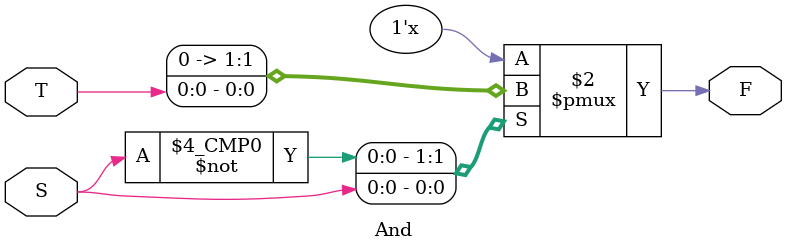
<source format=v>
module PcCond(
    input P, Q, R, S, T,
    output reg F
);
    wire A;
    And and_dut_sr(.S(S), .T(T), .F(A));
    always @(*) begin
        case ({P,Q,R})
            3'b000: F = A;
            3'b001: F = A;
            3'b010: F = A;
            3'b011: F = 1;
            3'b100: F = 1;
            3'b101: F = 1;
            3'b110: F = 1;
            3'b111: F = 1;
        endcase
    end
endmodule

module And(
    input S, T,
    output reg F
);
    always @(*) begin
        case (S)
            1'b0: F = 0;
            1'b1: F = T;
        endcase
    end
endmodule
</source>
